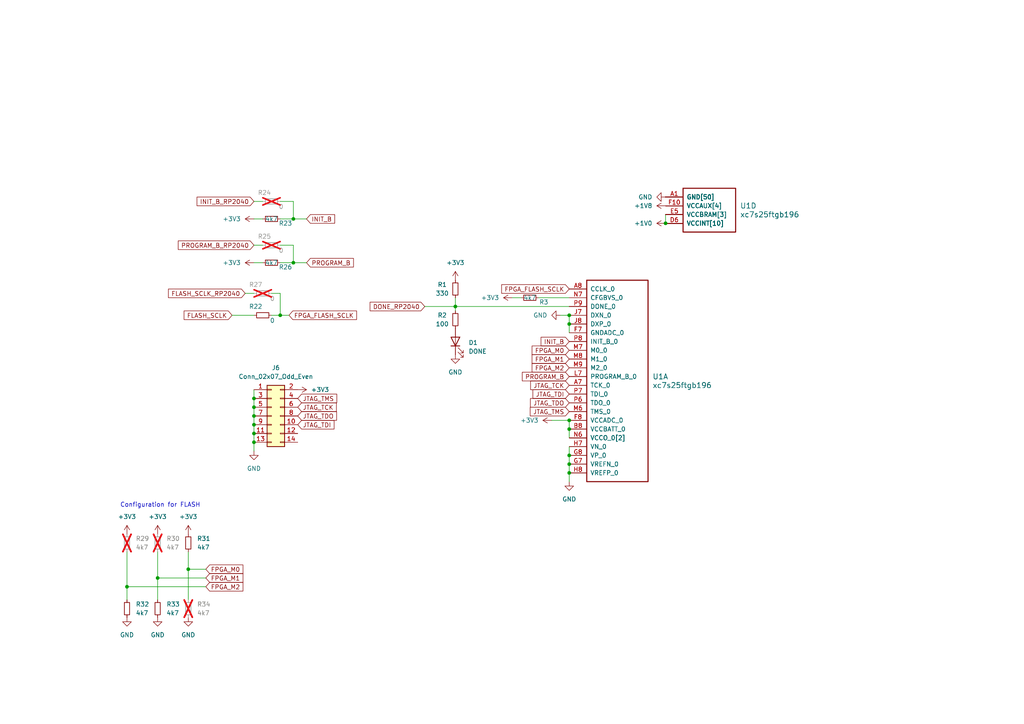
<source format=kicad_sch>
(kicad_sch (version 20231120) (generator "eeschema") (generator_version "8.0")
  (paper "A4")
  (lib_symbols
    (symbol "Connector_Generic:Conn_02x07_Odd_Even" (pin_names (offset 1.016) hide)
      (property "Reference" "J" (at 1.27 10.16 0))
      (property "Value" "Conn_02x07_Odd_Even" (at 1.27 -10.16 0))
      (symbol "Conn_02x07_Odd_Even_1_1"
        (rectangle (start -1.27 -7.493) (end 0 -7.747) (stroke (width 0.1524)))
        (rectangle (start -1.27 -4.953) (end 0 -5.207) (stroke (width 0.1524)))
        (rectangle (start -1.27 -2.413) (end 0 -2.667) (stroke (width 0.1524)))
        (rectangle (start -1.27 0.127) (end 0 -0.127) (stroke (width 0.1524)))
        (rectangle (start -1.27 2.667) (end 0 2.413) (stroke (width 0.1524)))
        (rectangle (start -1.27 5.207) (end 0 4.953) (stroke (width 0.1524)))
        (rectangle (start -1.27 7.747) (end 0 7.493) (stroke (width 0.1524)))
        (rectangle (start -1.27 8.89) (end 3.81 -8.89) (stroke (width 0.254)) (fill (type background)))
        (rectangle (start 3.81 -7.493) (end 2.54 -7.747) (stroke (width 0.1524)))
        (rectangle (start 3.81 -4.953) (end 2.54 -5.207) (stroke (width 0.1524)))
        (rectangle (start 3.81 -2.413) (end 2.54 -2.667) (stroke (width 0.1524)))
        (rectangle (start 3.81 0.127) (end 2.54 -0.127) (stroke (width 0.1524)))
        (rectangle (start 3.81 2.667) (end 2.54 2.413) (stroke (width 0.1524)))
        (rectangle (start 3.81 5.207) (end 2.54 4.953) (stroke (width 0.1524)))
        (rectangle (start 3.81 7.747) (end 2.54 7.493) (stroke (width 0.1524)))
        (pin passive line (at -5.08 7.62 0) (length 3.81) (name "Pin_1") (number "1"))
        (pin passive line (at 7.62 -2.54 180) (length 3.81) (name "Pin_10") (number "10"))
        (pin passive line (at -5.08 -5.08 0) (length 3.81) (name "Pin_11") (number "11"))
        (pin passive line (at 7.62 -5.08 180) (length 3.81) (name "Pin_12") (number "12"))
        (pin passive line (at -5.08 -7.62 0) (length 3.81) (name "Pin_13") (number "13"))
        (pin passive line (at 7.62 -7.62 180) (length 3.81) (name "Pin_14") (number "14"))
        (pin passive line (at 7.62 7.62 180) (length 3.81) (name "Pin_2") (number "2"))
        (pin passive line (at -5.08 5.08 0) (length 3.81) (name "Pin_3") (number "3"))
        (pin passive line (at 7.62 5.08 180) (length 3.81) (name "Pin_4") (number "4"))
        (pin passive line (at -5.08 2.54 0) (length 3.81) (name "Pin_5") (number "5"))
        (pin passive line (at 7.62 2.54 180) (length 3.81) (name "Pin_6") (number "6"))
        (pin passive line (at -5.08 0 0) (length 3.81) (name "Pin_7") (number "7"))
        (pin passive line (at 7.62 0 180) (length 3.81) (name "Pin_8") (number "8"))
        (pin passive line (at -5.08 -2.54 0) (length 3.81) (name "Pin_9") (number "9"))
      )
    )
    (symbol "Device:LED" (pin_numbers hide) (pin_names (offset 1.016) hide)
      (property "Reference" "D" (at 0 2.54 0))
      (property "Value" "LED" (at 0 -2.54 0))
      (symbol "LED_0_1"
        (polyline (pts (xy -1.27 -1.27) (xy -1.27 1.27)) (stroke (width 0.254)))
        (polyline (pts (xy -1.27 0) (xy 1.27 0)))
        (polyline (pts (xy 1.27 -1.27) (xy 1.27 1.27) (xy -1.27 0) (xy 1.27 -1.27)) (stroke (width 0.254)))
        (polyline (pts (xy -3.048 -0.762) (xy -4.572 -2.286) (xy -3.81 -2.286) (xy -4.572 -2.286) (xy -4.572 -1.524)))
        (polyline (pts (xy -1.778 -0.762) (xy -3.302 -2.286) (xy -2.54 -2.286) (xy -3.302 -2.286) (xy -3.302 -1.524)))
      )
      (symbol "LED_1_1"
        (pin passive line (at -3.81 0 0) (length 2.54) (name "K") (number "1"))
        (pin passive line (at 3.81 0 180) (length 2.54) (name "A") (number "2"))
      )
    )
    (symbol "Device:R_Small" (pin_numbers hide) (pin_names (offset 0.254) hide)
      (property "Reference" "R" (at 0.762 0.508 0))
      (property "Value" "R_Small" (at 0.762 -1.016 0))
      (symbol "R_Small_0_1"
        (rectangle (start -0.762 1.778) (end 0.762 -1.778) (stroke (width 0.2032)))
      )
      (symbol "R_Small_1_1"
        (pin passive line (at 0 2.54 270) (length 0.762) (name "~") (number "1"))
        (pin passive line (at 0 -2.54 90) (length 0.762) (name "~") (number "2"))
      )
    )
    (symbol "power:+1V0" (power) (pin_names (offset 0))
      (property "Value" "+1V0" (at 0 3.556 0))
      (symbol "+1V0_0_1"
        (polyline (pts (xy -0.762 1.27) (xy 0 2.54)))
        (polyline (pts (xy 0 0) (xy 0 2.54)))
        (polyline (pts (xy 0 2.54) (xy 0.762 1.27)))
      )
      (symbol "+1V0_1_1"
        (pin power_in line (at 0 0 90) (length 0) hide (name "+1V0") (number "1"))
      )
    )
    (symbol "power:+1V8" (power) (pin_names (offset 0))
      (property "Value" "+1V8" (at 0 3.556 0))
      (symbol "+1V8_0_1"
        (polyline (pts (xy -0.762 1.27) (xy 0 2.54)))
        (polyline (pts (xy 0 0) (xy 0 2.54)))
        (polyline (pts (xy 0 2.54) (xy 0.762 1.27)))
      )
      (symbol "+1V8_1_1"
        (pin power_in line (at 0 0 90) (length 0) hide (name "+1V8") (number "1"))
      )
    )
    (symbol "power:+3V3" (power) (pin_names (offset 0))
      (property "Value" "+3V3" (at 0 3.556 0))
      (symbol "+3V3_0_1"
        (polyline (pts (xy -0.762 1.27) (xy 0 2.54)))
        (polyline (pts (xy 0 0) (xy 0 2.54)))
        (polyline (pts (xy 0 2.54) (xy 0.762 1.27)))
      )
      (symbol "+3V3_1_1"
        (pin power_in line (at 0 0 90) (length 0) hide (name "+3V3") (number "1"))
      )
    )
    (symbol "power:GND" (power) (pin_names (offset 0))
      (property "Value" "GND" (at 0 -3.81 0))
      (symbol "GND_0_1"
        (polyline (pts (xy 0 0) (xy 0 -1.27) (xy 1.27 -1.27) (xy 0 -2.54) (xy -1.27 -1.27) (xy 0 -1.27)))
      )
      (symbol "GND_1_1"
        (pin power_in line (at 0 0 270) (length 0) hide (name "GND") (number "1"))
      )
    )
    (symbol "xilinx7:xc7s25ftgb196" (pin_names (offset 1.016))
      (property "Reference" "U" (at 5.08 6.35 0))
      (property "Value" "xc7s25ftgb196" (at 5.08 3.81 0))
      (symbol "xc7s25ftgb196_1_1"
        (rectangle (start 5.08 2.54) (end 22.86 -55.88) (stroke (width 0.3048)))
        (pin input line (at 0 -27.94 0) (length 5.08) (name "TCK_0") (number "A7"))
        (pin input line (at 0 0 0) (length 5.08) (name "CCLK_0") (number "A8"))
        (pin power_in line (at 0 -40.64 0) (length 5.08) (name "VCCBATT_0") (number "B8"))
        (pin power_in line (at 0 -12.7 0) (length 5.08) (name "GNDADC_0") (number "F7"))
        (pin power_in line (at 0 -38.1 0) (length 5.08) (name "VCCADC_0") (number "F8"))
        (pin input line (at 0 -50.8 0) (length 5.08) (name "VREFN_0") (number "G7"))
        (pin input line (at 0 -48.26 0) (length 5.08) (name "VP_0") (number "G8"))
        (pin input line (at 0 -45.72 0) (length 5.08) (name "VN_0") (number "H7"))
        (pin input line (at 0 -53.34 0) (length 5.08) (name "VREFP_0") (number "H8"))
        (pin passive line (at 0 -7.62 0) (length 5.08) (name "DXN_0") (number "J7"))
        (pin passive line (at 0 -10.16 0) (length 5.08) (name "DXP_0") (number "J8"))
        (pin input line (at 0 -25.4 0) (length 5.08) (name "PROGRAM_B_0") (number "L7"))
        (pin input line (at 0 -35.56 0) (length 5.08) (name "TMS_0") (number "M6"))
        (pin input line (at 0 -17.78 0) (length 5.08) (name "M0_0") (number "M7"))
        (pin input line (at 0 -20.32 0) (length 5.08) (name "M1_0") (number "M8"))
        (pin input line (at 0 -22.86 0) (length 5.08) (name "M2_0") (number "M9"))
        (pin power_in line (at 0 -43.18 0) (length 5.08) (name "VCCO_0[2]") (number "N6"))
        (pin input line (at 0 -2.54 0) (length 5.08) (name "CFGBVS_0") (number "N7"))
        (pin power_in line (at 0 -43.18 0) (length 5.08) (name "VCCO_0[2]") (number "N8"))
        (pin output line (at 0 -33.02 0) (length 5.08) (name "TDO_0") (number "P6"))
        (pin input line (at 0 -30.48 0) (length 5.08) (name "TDI_0") (number "P7"))
        (pin input line (at 0 -15.24 0) (length 5.08) (name "INIT_B_0") (number "P8"))
        (pin output line (at 0 -5.08 0) (length 5.08) (name "DONE_0") (number "P9"))
      )
      (symbol "xc7s25ftgb196_2_1"
        (rectangle (start 5.08 2.54) (end 43.18 -129.54) (stroke (width 0.3048)))
        (pin bidirectional line (at 0 -15.24 0) (length 5.08) (name "IO_L3N_T0_DQS_EMCCLK_14") (number "A10"))
        (pin bidirectional line (at 0 -22.86 0) (length 5.08) (name "IO_L4P_T0_D04_14") (number "A12"))
        (pin bidirectional line (at 0 -20.32 0) (length 5.08) (name "IO_L4N_T0_D05_14") (number "A13"))
        (pin bidirectional line (at 0 -17.78 0) (length 5.08) (name "IO_L3P_T0_DQS_PUDC_B_14") (number "B10"))
        (pin bidirectional line (at 0 -7.62 0) (length 5.08) (name "IO_L1P_T0_D00_MOSI_14") (number "B11"))
        (pin bidirectional line (at 0 -5.08 0) (length 5.08) (name "IO_L1N_T0_D01_DIN_14") (number "B12"))
        (pin bidirectional line (at 0 -27.94 0) (length 5.08) (name "IO_L5P_T0_D06_14") (number "B13"))
        (pin bidirectional line (at 0 -25.4 0) (length 5.08) (name "IO_L5N_T0_D07_14") (number "B14"))
        (pin bidirectional line (at 0 -10.16 0) (length 5.08) (name "IO_L2N_T0_D03_14") (number "C10"))
        (pin bidirectional line (at 0 -33.02 0) (length 5.08) (name "IO_L6P_T0_FCS_B_14") (number "C11"))
        (pin bidirectional line (at 0 -30.48 0) (length 5.08) (name "IO_L6N_T0_D08_VREF_14") (number "C12"))
        (pin bidirectional line (at 0 -55.88 0) (length 5.08) (name "IO_L11N_T1_SRCC_14") (number "C14"))
        (pin bidirectional line (at 0 -12.7 0) (length 5.08) (name "IO_L2P_T0_D02_14") (number "D10"))
        (pin bidirectional line (at 0 -43.18 0) (length 5.08) (name "IO_L8P_T1_D11_14") (number "D12"))
        (pin bidirectional line (at 0 -40.64 0) (length 5.08) (name "IO_L8N_T1_D12_14") (number "D13"))
        (pin bidirectional line (at 0 -58.42 0) (length 5.08) (name "IO_L11P_T1_SRCC_14") (number "D14"))
        (pin bidirectional line (at 0 0 0) (length 5.08) (name "IO_0_14") (number "E11"))
        (pin bidirectional line (at 0 -35.56 0) (length 5.08) (name "IO_L7N_T1_D10_14") (number "E12"))
        (pin bidirectional line (at 0 -50.8 0) (length 5.08) (name "IO_L10N_T1_D15_14") (number "E13"))
        (pin bidirectional line (at 0 -60.96 0) (length 5.08) (name "IO_L12N_T1_MRCC_14") (number "F11"))
        (pin bidirectional line (at 0 -38.1 0) (length 5.08) (name "IO_L7P_T1_D09_14") (number "F12"))
        (pin bidirectional line (at 0 -53.34 0) (length 5.08) (name "IO_L10P_T1_D14_14") (number "F13"))
        (pin bidirectional line (at 0 -45.72 0) (length 5.08) (name "IO_L9N_T1_DQS_D13_14") (number "F14"))
        (pin bidirectional line (at 0 -63.5 0) (length 5.08) (name "IO_L12P_T1_MRCC_14") (number "G11"))
        (pin power_in line (at 0 -127 0) (length 5.08) (name "VCCO_14[3]") (number "G13"))
        (pin bidirectional line (at 0 -48.26 0) (length 5.08) (name "IO_L9P_T1_DQS_14") (number "G14"))
        (pin bidirectional line (at 0 -68.58 0) (length 5.08) (name "IO_L13P_T2_MRCC_14") (number "H11"))
        (pin bidirectional line (at 0 -66.04 0) (length 5.08) (name "IO_L13N_T2_MRCC_14") (number "H12"))
        (pin bidirectional line (at 0 -73.66 0) (length 5.08) (name "IO_L14P_T2_SRCC_14") (number "H13"))
        (pin bidirectional line (at 0 -71.12 0) (length 5.08) (name "IO_L14N_T2_SRCC_14") (number "H14"))
        (pin bidirectional line (at 0 -88.9 0) (length 5.08) (name "IO_L17P_T2_D30_14") (number "J11"))
        (pin bidirectional line (at 0 -86.36 0) (length 5.08) (name "IO_L17N_T2_D29_14") (number "J12"))
        (pin bidirectional line (at 0 -93.98 0) (length 5.08) (name "IO_L18P_T2_D28_14") (number "J13"))
        (pin bidirectional line (at 0 -91.44 0) (length 5.08) (name "IO_L18N_T2_D27_14") (number "J14"))
        (pin bidirectional line (at 0 -99.06 0) (length 5.08) (name "IO_L19P_T3_D26_14") (number "K11"))
        (pin bidirectional line (at 0 -96.52 0) (length 5.08) (name "IO_L19N_T3_D25_VREF_14") (number "K12"))
        (pin power_in line (at 0 -127 0) (length 5.08) (name "VCCO_14[3]") (number "K13"))
        (pin bidirectional line (at 0 -83.82 0) (length 5.08) (name "IO_L16P_T2_CSI_B_14") (number "L12"))
        (pin bidirectional line (at 0 -81.28 0) (length 5.08) (name "IO_L16N_T2_D31_14") (number "L13"))
        (pin bidirectional line (at 0 -76.2 0) (length 5.08) (name "IO_L15N_T2_DQS_DOUT_CSO_B_14") (number "L14"))
        (pin bidirectional line (at 0 -2.54 0) (length 5.08) (name "IO_25_14") (number "M10"))
        (pin bidirectional line (at 0 -104.14 0) (length 5.08) (name "IO_L20P_T3_D24_14") (number "M11"))
        (pin bidirectional line (at 0 -101.6 0) (length 5.08) (name "IO_L20N_T3_D23_14") (number "M12"))
        (pin bidirectional line (at 0 -78.74 0) (length 5.08) (name "IO_L15P_T2_DQS_RDWR_B_14") (number "M13"))
        (pin bidirectional line (at 0 -106.68 0) (length 5.08) (name "IO_L21N_T3_DQS_D22_14") (number "M14"))
        (pin bidirectional line (at 0 -119.38 0) (length 5.08) (name "IO_L23P_T3_D19_14") (number "N10"))
        (pin bidirectional line (at 0 -116.84 0) (length 5.08) (name "IO_L23N_T3_D18_14") (number "N11"))
        (pin power_in line (at 0 -127 0) (length 5.08) (name "VCCO_14[3]") (number "N13"))
        (pin bidirectional line (at 0 -109.22 0) (length 5.08) (name "IO_L21P_T3_DQS_14") (number "N14"))
        (pin bidirectional line (at 0 -124.46 0) (length 5.08) (name "IO_L24P_T3_D17_14") (number "P10"))
        (pin bidirectional line (at 0 -121.92 0) (length 5.08) (name "IO_L24N_T3_D16_14") (number "P11"))
        (pin bidirectional line (at 0 -114.3 0) (length 5.08) (name "IO_L22P_T3_D21_14") (number "P12"))
        (pin bidirectional line (at 0 -111.76 0) (length 5.08) (name "IO_L22N_T3_D20_14") (number "P13"))
      )
      (symbol "xc7s25ftgb196_3_1"
        (rectangle (start 5.08 2.54) (end 30.48 -129.54) (stroke (width 0.3048)))
        (pin bidirectional line (at 0 -15.24 0) (length 5.08) (name "IO_L3N_T0_DQS_34") (number "A2"))
        (pin bidirectional line (at 0 -10.16 0) (length 5.08) (name "IO_L2N_T0_34") (number "A3"))
        (pin bidirectional line (at 0 -12.7 0) (length 5.08) (name "IO_L2P_T0_34") (number "A4"))
        (pin bidirectional line (at 0 -20.32 0) (length 5.08) (name "IO_L4N_T0_34") (number "A5"))
        (pin bidirectional line (at 0 -25.4 0) (length 5.08) (name "IO_L5N_T0_34") (number "B1"))
        (pin bidirectional line (at 0 -27.94 0) (length 5.08) (name "IO_L5P_T0_34") (number "B2"))
        (pin bidirectional line (at 0 -17.78 0) (length 5.08) (name "IO_L3P_T0_DQS_34") (number "B3"))
        (pin bidirectional line (at 0 -22.86 0) (length 5.08) (name "IO_L4P_T0_34") (number "B5"))
        (pin bidirectional line (at 0 0 0) (length 5.08) (name "IO_0_34") (number "B6"))
        (pin bidirectional line (at 0 -55.88 0) (length 5.08) (name "IO_L11N_T1_SRCC_34") (number "C1"))
        (pin bidirectional line (at 0 -5.08 0) (length 5.08) (name "IO_L1N_T0_34") (number "C3"))
        (pin bidirectional line (at 0 -30.48 0) (length 5.08) (name "IO_L6N_T0_VREF_34") (number "C4"))
        (pin bidirectional line (at 0 -33.02 0) (length 5.08) (name "IO_L6P_T0_34") (number "C5"))
        (pin bidirectional line (at 0 -58.42 0) (length 5.08) (name "IO_L11P_T1_SRCC_34") (number "D1"))
        (pin bidirectional line (at 0 -50.8 0) (length 5.08) (name "IO_L10N_T1_34") (number "D2"))
        (pin bidirectional line (at 0 -7.62 0) (length 5.08) (name "IO_L1P_T0_34") (number "D3"))
        (pin bidirectional line (at 0 -35.56 0) (length 5.08) (name "IO_L7N_T1_34") (number "D4"))
        (pin bidirectional line (at 0 -53.34 0) (length 5.08) (name "IO_L10P_T1_34") (number "E2"))
        (pin bidirectional line (at 0 -38.1 0) (length 5.08) (name "IO_L7P_T1_34") (number "E4"))
        (pin bidirectional line (at 0 -45.72 0) (length 5.08) (name "IO_L9N_T1_DQS_34") (number "F1"))
        (pin bidirectional line (at 0 -40.64 0) (length 5.08) (name "IO_L8N_T1_34") (number "F2"))
        (pin bidirectional line (at 0 -43.18 0) (length 5.08) (name "IO_L8P_T1_34") (number "F3"))
        (pin bidirectional line (at 0 -60.96 0) (length 5.08) (name "IO_L12N_T1_MRCC_34") (number "F4"))
        (pin bidirectional line (at 0 -48.26 0) (length 5.08) (name "IO_L9P_T1_DQS_34") (number "G1"))
        (pin power_in line (at 0 -127 0) (length 5.08) (name "VCCO_34[3]") (number "G2"))
        (pin bidirectional line (at 0 -63.5 0) (length 5.08) (name "IO_L12P_T1_MRCC_34") (number "G4"))
        (pin bidirectional line (at 0 -71.12 0) (length 5.08) (name "IO_L14N_T2_SRCC_34") (number "H1"))
        (pin bidirectional line (at 0 -73.66 0) (length 5.08) (name "IO_L14P_T2_SRCC_34") (number "H2"))
        (pin bidirectional line (at 0 -66.04 0) (length 5.08) (name "IO_L13N_T2_MRCC_34") (number "H3"))
        (pin bidirectional line (at 0 -68.58 0) (length 5.08) (name "IO_L13P_T2_MRCC_34") (number "H4"))
        (pin bidirectional line (at 0 -76.2 0) (length 5.08) (name "IO_L15N_T2_DQS_34") (number "J1"))
        (pin bidirectional line (at 0 -78.74 0) (length 5.08) (name "IO_L15P_T2_DQS_34") (number "J2"))
        (pin bidirectional line (at 0 -86.36 0) (length 5.08) (name "IO_L17N_T2_34") (number "J3"))
        (pin bidirectional line (at 0 -88.9 0) (length 5.08) (name "IO_L17P_T2_34") (number "J4"))
        (pin power_in line (at 0 -127 0) (length 5.08) (name "VCCO_34[3]") (number "K2"))
        (pin bidirectional line (at 0 -81.28 0) (length 5.08) (name "IO_L16N_T2_34") (number "K3"))
        (pin bidirectional line (at 0 -83.82 0) (length 5.08) (name "IO_L16P_T2_34") (number "K4"))
        (pin bidirectional line (at 0 -91.44 0) (length 5.08) (name "IO_L18N_T2_34") (number "L1"))
        (pin bidirectional line (at 0 -111.76 0) (length 5.08) (name "IO_L22N_T3_34") (number "L2"))
        (pin bidirectional line (at 0 -114.3 0) (length 5.08) (name "IO_L22P_T3_34") (number "L3"))
        (pin bidirectional line (at 0 -2.54 0) (length 5.08) (name "IO_25_34") (number "L5"))
        (pin bidirectional line (at 0 -93.98 0) (length 5.08) (name "IO_L18P_T2_34") (number "M1"))
        (pin bidirectional line (at 0 -96.52 0) (length 5.08) (name "IO_L19N_T3_VREF_34") (number "M2"))
        (pin bidirectional line (at 0 -99.06 0) (length 5.08) (name "IO_L19P_T3_34") (number "M3"))
        (pin bidirectional line (at 0 -116.84 0) (length 5.08) (name "IO_L23N_T3_34") (number "M4"))
        (pin bidirectional line (at 0 -119.38 0) (length 5.08) (name "IO_L23P_T3_34") (number "M5"))
        (pin bidirectional line (at 0 -101.6 0) (length 5.08) (name "IO_L20N_T3_34") (number "N1"))
        (pin power_in line (at 0 -127 0) (length 5.08) (name "VCCO_34[3]") (number "N2"))
        (pin bidirectional line (at 0 -121.92 0) (length 5.08) (name "IO_L24N_T3_34") (number "N4"))
        (pin bidirectional line (at 0 -104.14 0) (length 5.08) (name "IO_L20P_T3_34") (number "P2"))
        (pin bidirectional line (at 0 -106.68 0) (length 5.08) (name "IO_L21N_T3_DQS_34") (number "P3"))
        (pin bidirectional line (at 0 -109.22 0) (length 5.08) (name "IO_L21P_T3_DQS_34") (number "P4"))
        (pin bidirectional line (at 0 -124.46 0) (length 5.08) (name "IO_L24P_T3_34") (number "P5"))
      )
      (symbol "xc7s25ftgb196_4_1"
        (rectangle (start 5.08 2.54) (end 20.32 -10.16) (stroke (width 0.3048)))
        (pin power_in line (at 0 0 0) (length 5.08) (name "GND[50]") (number "A1"))
        (pin power_in line (at 0 0 0) (length 5.08) (name "GND[50]") (number "A11"))
        (pin power_in line (at 0 0 0) (length 5.08) (name "GND[50]") (number "A14"))
        (pin power_in line (at 0 0 0) (length 5.08) (name "GND[50]") (number "A6"))
        (pin power_in line (at 0 0 0) (length 5.08) (name "GND[50]") (number "A9"))
        (pin power_in line (at 0 0 0) (length 5.08) (name "GND[50]") (number "B4"))
        (pin power_in line (at 0 0 0) (length 5.08) (name "GND[50]") (number "B7"))
        (pin power_in line (at 0 0 0) (length 5.08) (name "GND[50]") (number "B9"))
        (pin power_in line (at 0 0 0) (length 5.08) (name "GND[50]") (number "C13"))
        (pin power_in line (at 0 0 0) (length 5.08) (name "GND[50]") (number "C2"))
        (pin power_in line (at 0 0 0) (length 5.08) (name "GND[50]") (number "C6"))
        (pin power_in line (at 0 0 0) (length 5.08) (name "GND[50]") (number "C7"))
        (pin power_in line (at 0 0 0) (length 5.08) (name "GND[50]") (number "C8"))
        (pin power_in line (at 0 0 0) (length 5.08) (name "GND[50]") (number "C9"))
        (pin power_in line (at 0 0 0) (length 5.08) (name "GND[50]") (number "D11"))
        (pin power_in line (at 0 0 0) (length 5.08) (name "GND[50]") (number "D5"))
        (pin power_in line (at 0 -7.62 0) (length 5.08) (name "VCCINT[10]") (number "D6"))
        (pin power_in line (at 0 0 0) (length 5.08) (name "GND[50]") (number "D7"))
        (pin power_in line (at 0 -7.62 0) (length 5.08) (name "VCCINT[10]") (number "D8"))
        (pin power_in line (at 0 0 0) (length 5.08) (name "GND[50]") (number "D9"))
        (pin power_in line (at 0 0 0) (length 5.08) (name "GND[50]") (number "E1"))
        (pin power_in line (at 0 0 0) (length 5.08) (name "GND[50]") (number "E10"))
        (pin power_in line (at 0 0 0) (length 5.08) (name "GND[50]") (number "E14"))
        (pin power_in line (at 0 0 0) (length 5.08) (name "GND[50]") (number "E3"))
        (pin power_in line (at 0 -5.08 0) (length 5.08) (name "VCCBRAM[3]") (number "E5"))
        (pin power_in line (at 0 0 0) (length 5.08) (name "GND[50]") (number "E6"))
        (pin power_in line (at 0 -7.62 0) (length 5.08) (name "VCCINT[10]") (number "E7"))
        (pin power_in line (at 0 0 0) (length 5.08) (name "GND[50]") (number "E8"))
        (pin power_in line (at 0 -7.62 0) (length 5.08) (name "VCCINT[10]") (number "E9"))
        (pin power_in line (at 0 -2.54 0) (length 5.08) (name "VCCAUX[4]") (number "F10"))
        (pin power_in line (at 0 0 0) (length 5.08) (name "GND[50]") (number "F5"))
        (pin power_in line (at 0 -7.62 0) (length 5.08) (name "VCCINT[10]") (number "F6"))
        (pin power_in line (at 0 0 0) (length 5.08) (name "GND[50]") (number "F9"))
        (pin power_in line (at 0 0 0) (length 5.08) (name "GND[50]") (number "G10"))
        (pin power_in line (at 0 0 0) (length 5.08) (name "GND[50]") (number "G12"))
        (pin power_in line (at 0 0 0) (length 5.08) (name "GND[50]") (number "G3"))
        (pin power_in line (at 0 -5.08 0) (length 5.08) (name "VCCBRAM[3]") (number "G5"))
        (pin power_in line (at 0 0 0) (length 5.08) (name "GND[50]") (number "G6"))
        (pin power_in line (at 0 -7.62 0) (length 5.08) (name "VCCINT[10]") (number "G9"))
        (pin power_in line (at 0 -2.54 0) (length 5.08) (name "VCCAUX[4]") (number "H10"))
        (pin power_in line (at 0 0 0) (length 5.08) (name "GND[50]") (number "H5"))
        (pin power_in line (at 0 -7.62 0) (length 5.08) (name "VCCINT[10]") (number "H6"))
        (pin power_in line (at 0 0 0) (length 5.08) (name "GND[50]") (number "H9"))
        (pin power_in line (at 0 0 0) (length 5.08) (name "GND[50]") (number "J10"))
        (pin power_in line (at 0 -5.08 0) (length 5.08) (name "VCCBRAM[3]") (number "J5"))
        (pin power_in line (at 0 0 0) (length 5.08) (name "GND[50]") (number "J6"))
        (pin power_in line (at 0 -7.62 0) (length 5.08) (name "VCCINT[10]") (number "J9"))
        (pin power_in line (at 0 0 0) (length 5.08) (name "GND[50]") (number "K1"))
        (pin power_in line (at 0 -2.54 0) (length 5.08) (name "VCCAUX[4]") (number "K10"))
        (pin power_in line (at 0 0 0) (length 5.08) (name "GND[50]") (number "K14"))
        (pin power_in line (at 0 0 0) (length 5.08) (name "GND[50]") (number "K5"))
        (pin power_in line (at 0 -7.62 0) (length 5.08) (name "VCCINT[10]") (number "K6"))
        (pin power_in line (at 0 0 0) (length 5.08) (name "GND[50]") (number "K7"))
        (pin power_in line (at 0 -7.62 0) (length 5.08) (name "VCCINT[10]") (number "K8"))
        (pin power_in line (at 0 0 0) (length 5.08) (name "GND[50]") (number "K9"))
        (pin power_in line (at 0 0 0) (length 5.08) (name "GND[50]") (number "L10"))
        (pin power_in line (at 0 0 0) (length 5.08) (name "GND[50]") (number "L11"))
        (pin power_in line (at 0 0 0) (length 5.08) (name "GND[50]") (number "L4"))
        (pin power_in line (at 0 0 0) (length 5.08) (name "GND[50]") (number "L6"))
        (pin power_in line (at 0 0 0) (length 5.08) (name "GND[50]") (number "L8"))
        (pin power_in line (at 0 -2.54 0) (length 5.08) (name "VCCAUX[4]") (number "L9"))
        (pin power_in line (at 0 0 0) (length 5.08) (name "GND[50]") (number "N12"))
        (pin power_in line (at 0 0 0) (length 5.08) (name "GND[50]") (number "N3"))
        (pin power_in line (at 0 0 0) (length 5.08) (name "GND[50]") (number "N5"))
        (pin power_in line (at 0 0 0) (length 5.08) (name "GND[50]") (number "N9"))
        (pin power_in line (at 0 0 0) (length 5.08) (name "GND[50]") (number "P1"))
        (pin power_in line (at 0 0 0) (length 5.08) (name "GND[50]") (number "P14"))
      )
    )
  )
  (junction (at 54.61 165.1))
  (junction (at 132.08 88.9))
  (junction (at 81.28 91.44))
  (junction (at 193.04 64.77))
  (junction (at 165.1 93.98))
  (junction (at 73.66 120.65))
  (junction (at 165.1 132.08))
  (junction (at 36.83 170.18))
  (junction (at 73.66 128.27))
  (junction (at 85.09 63.5))
  (junction (at 73.66 118.11))
  (junction (at 73.66 123.19))
  (junction (at 165.1 121.92))
  (junction (at 165.1 91.44))
  (junction (at 165.1 137.16))
  (junction (at 165.1 124.46))
  (junction (at 73.66 115.57))
  (junction (at 165.1 134.62))
  (junction (at 85.09 76.2))
  (junction (at 45.72 167.64))
  (junction (at 73.66 125.73))
  (wire (pts (xy 165.1 134.62) (xy 165.1 137.16)))
  (wire (pts (xy 71.12 85.09) (xy 73.66 85.09)))
  (wire (pts (xy 132.08 86.36) (xy 132.08 88.9)))
  (wire (pts (xy 81.28 76.2) (xy 85.09 76.2)))
  (wire (pts (xy 165.1 121.92) (xy 165.1 124.46)))
  (wire (pts (xy 73.66 120.65) (xy 73.66 123.19)))
  (wire (pts (xy 54.61 165.1) (xy 54.61 160.02)))
  (wire (pts (xy 165.1 124.46) (xy 165.1 127)))
  (wire (pts (xy 59.69 167.64) (xy 45.72 167.64)))
  (wire (pts (xy 156.21 86.36) (xy 165.1 86.36)))
  (wire (pts (xy 54.61 165.1) (xy 54.61 173.99)))
  (wire (pts (xy 78.74 85.09) (xy 81.28 85.09)))
  (wire (pts (xy 81.28 58.42) (xy 85.09 58.42)))
  (wire (pts (xy 85.09 58.42) (xy 85.09 63.5)))
  (wire (pts (xy 151.13 86.36) (xy 148.59 86.36)))
  (wire (pts (xy 73.66 118.11) (xy 73.66 120.65)))
  (wire (pts (xy 73.66 128.27) (xy 73.66 130.81)))
  (wire (pts (xy 59.69 165.1) (xy 54.61 165.1)))
  (wire (pts (xy 78.74 91.44) (xy 81.28 91.44)))
  (wire (pts (xy 76.2 63.5) (xy 73.66 63.5)))
  (wire (pts (xy 73.66 123.19) (xy 73.66 125.73)))
  (wire (pts (xy 81.28 63.5) (xy 85.09 63.5)))
  (wire (pts (xy 36.83 170.18) (xy 36.83 173.99)))
  (wire (pts (xy 85.09 63.5) (xy 88.9 63.5)))
  (wire (pts (xy 73.66 125.73) (xy 73.66 128.27)))
  (wire (pts (xy 45.72 167.64) (xy 45.72 160.02)))
  (wire (pts (xy 193.04 62.23) (xy 193.04 64.77)))
  (wire (pts (xy 73.66 115.57) (xy 73.66 118.11)))
  (wire (pts (xy 85.09 71.12) (xy 85.09 76.2)))
  (wire (pts (xy 45.72 167.64) (xy 45.72 173.99)))
  (wire (pts (xy 165.1 132.08) (xy 165.1 134.62)))
  (wire (pts (xy 132.08 88.9) (xy 165.1 88.9)))
  (wire (pts (xy 67.31 91.44) (xy 73.66 91.44)))
  (wire (pts (xy 160.02 121.92) (xy 165.1 121.92)))
  (wire (pts (xy 165.1 93.98) (xy 165.1 96.52)))
  (wire (pts (xy 165.1 129.54) (xy 165.1 132.08)))
  (wire (pts (xy 165.1 137.16) (xy 165.1 139.7)))
  (wire (pts (xy 76.2 76.2) (xy 73.66 76.2)))
  (wire (pts (xy 81.28 85.09) (xy 81.28 91.44)))
  (wire (pts (xy 73.66 113.03) (xy 73.66 115.57)))
  (wire (pts (xy 81.28 91.44) (xy 83.82 91.44)))
  (wire (pts (xy 59.69 170.18) (xy 36.83 170.18)))
  (wire (pts (xy 81.28 71.12) (xy 85.09 71.12)))
  (wire (pts (xy 73.66 71.12) (xy 76.2 71.12)))
  (wire (pts (xy 36.83 170.18) (xy 36.83 160.02)))
  (wire (pts (xy 162.56 91.44) (xy 165.1 91.44)))
  (wire (pts (xy 73.66 58.42) (xy 76.2 58.42)))
  (wire (pts (xy 132.08 88.9) (xy 132.08 90.17)))
  (wire (pts (xy 165.1 93.98) (xy 165.1 91.44)))
  (wire (pts (xy 85.09 76.2) (xy 88.9 76.2)))
  (wire (pts (xy 123.19 88.9) (xy 132.08 88.9)))
  (text "Configuration for FLASH" (at 46.482 146.558 0) (effects (font (size 1.27 1.27))))
  (global_label "PROGRAM_B_RP2040" (shape input) (at 73.66 71.12 180) (property "Intersheetrefs" "${INTERSHEET_REFS}" (effects (hide yes))))
  (global_label "PROGRAM_B" (shape input) (at 88.9 76.2 0) (property "Intersheetrefs" "${INTERSHEET_REFS}" (effects (hide yes))))
  (global_label "FPGA_M0" (shape input) (at 165.1 101.6 180) (property "Intersheetrefs" "${INTERSHEET_REFS}" (effects (hide yes))))
  (global_label "FPGA_M2" (shape input) (at 59.69 170.18 0) (property "Intersheetrefs" "${INTERSHEET_REFS}" (effects (hide yes))))
  (global_label "FLASH_SCLK" (shape input) (at 67.31 91.44 180) (property "Intersheetrefs" "${INTERSHEET_REFS}" (effects (hide yes))))
  (global_label "JTAG_TMS" (shape input) (at 86.36 115.57 0) (property "Intersheetrefs" "${INTERSHEET_REFS}" (effects (hide yes))))
  (global_label "JTAG_TDO" (shape input) (at 165.1 116.84 180) (property "Intersheetrefs" "${INTERSHEET_REFS}" (effects (hide yes))))
  (global_label "INIT_B" (shape input) (at 88.9 63.5 0) (property "Intersheetrefs" "${INTERSHEET_REFS}" (effects (hide yes))))
  (global_label "FPGA_M1" (shape input) (at 165.1 104.14 180) (property "Intersheetrefs" "${INTERSHEET_REFS}" (effects (hide yes))))
  (global_label "PROGRAM_B" (shape input) (at 165.1 109.22 180) (property "Intersheetrefs" "${INTERSHEET_REFS}" (effects (hide yes))))
  (global_label "JTAG_TMS" (shape input) (at 165.1 119.38 180) (property "Intersheetrefs" "${INTERSHEET_REFS}" (effects (hide yes))))
  (global_label "FPGA_M2" (shape input) (at 165.1 106.68 180) (property "Intersheetrefs" "${INTERSHEET_REFS}" (effects (hide yes))))
  (global_label "FLASH_SCLK_RP2040" (shape input) (at 71.12 85.09 180) (property "Intersheetrefs" "${INTERSHEET_REFS}" (effects (hide yes))))
  (global_label "DONE_RP2040" (shape input) (at 123.19 88.9 180) (property "Intersheetrefs" "${INTERSHEET_REFS}" (effects (hide yes))))
  (global_label "INIT_B" (shape input) (at 165.1 99.06 180) (property "Intersheetrefs" "${INTERSHEET_REFS}" (effects (hide yes))))
  (global_label "JTAG_TCK" (shape input) (at 86.36 118.11 0) (property "Intersheetrefs" "${INTERSHEET_REFS}" (effects (hide yes))))
  (global_label "JTAG_TDI" (shape input) (at 86.36 123.19 0) (property "Intersheetrefs" "${INTERSHEET_REFS}" (effects (hide yes))))
  (global_label "JTAG_TDI" (shape input) (at 165.1 114.3 180) (property "Intersheetrefs" "${INTERSHEET_REFS}" (effects (hide yes))))
  (global_label "INIT_B_RP2040" (shape input) (at 73.66 58.42 180) (property "Intersheetrefs" "${INTERSHEET_REFS}" (effects (hide yes))))
  (global_label "FPGA_M1" (shape input) (at 59.69 167.64 0) (property "Intersheetrefs" "${INTERSHEET_REFS}" (effects (hide yes))))
  (global_label "JTAG_TCK" (shape input) (at 165.1 111.76 180) (property "Intersheetrefs" "${INTERSHEET_REFS}" (effects (hide yes))))
  (global_label "FPGA_M0" (shape input) (at 59.69 165.1 0) (property "Intersheetrefs" "${INTERSHEET_REFS}" (effects (hide yes))))
  (global_label "JTAG_TDO" (shape input) (at 86.36 120.65 0) (property "Intersheetrefs" "${INTERSHEET_REFS}" (effects (hide yes))))
  (global_label "FPGA_FLASH_SCLK" (shape input) (at 165.1 83.82 180) (property "Intersheetrefs" "${INTERSHEET_REFS}" (effects (hide yes))))
  (global_label "FPGA_FLASH_SCLK" (shape input) (at 83.82 91.44 0) (property "Intersheetrefs" "${INTERSHEET_REFS}" (effects (hide yes))))
  (symbol (lib_id "Device:LED") (at 132.08 99.06 90) (unit 1)
    (property "Reference" "D1" (at 135.89 99.3775 90) (effects (justify right)))
    (property "Value" "DONE" (at 135.89 101.9175 90) (effects (justify right)))
    (property "Footprint" "LED_SMD:LED_0603_1608Metric" (effects (hide yes)))
    (property "JLCPCB" "C89814" (effects (hide yes)))
  )
  (symbol (lib_id "Device:R_Small") (at 36.83 176.53 0) (unit 1)
    (property "Reference" "R32" (at 39.37 175.2599 0) (effects (justify left)))
    (property "Value" "4k7" (at 39.37 177.7999 0) (effects (justify left)))
    (property "Footprint" "Resistor_SMD:R_0805_2012Metric" (effects (hide yes)))
    (property "Description" "Resistor, small symbol" (effects (hide yes)))
  )
  (symbol (lib_id "power:+3V3") (at 148.59 86.36 90) (unit 1)
    (property "Reference" "#PWR03" (effects (hide yes)))
    (property "Value" "+3V3" (at 144.78 86.36 90) (effects (justify left)))
  )
  (symbol (lib_id "Device:R_Small") (at 54.61 176.53 0) (unit 1) (dnp yes)
    (property "Reference" "R34" (at 57.15 175.2599 0) (effects (justify left)))
    (property "Value" "4k7" (at 57.15 177.7999 0) (effects (justify left)))
    (property "Footprint" "Resistor_SMD:R_0805_2012Metric" (effects (hide yes)))
    (property "Description" "Resistor, small symbol" (effects (hide yes)))
  )
  (symbol (lib_id "power:GND") (at 36.83 179.07 0) (unit 1)
    (property "Reference" "#PWR083" (effects (hide yes)))
    (property "Value" "GND" (at 36.83 184.15 0))
  )
  (symbol (lib_id "power:+3V3") (at 45.72 154.94 0) (unit 1)
    (property "Reference" "#PWR079" (effects (hide yes)))
    (property "Value" "+3V3" (at 45.72 149.86 0))
  )
  (symbol (lib_id "power:GND") (at 162.56 91.44 270) (unit 1)
    (property "Reference" "#PWR05" (effects (hide yes)))
    (property "Value" "GND" (at 158.75 91.4399 90) (effects (justify right)))
  )
  (symbol (lib_id "xilinx7:xc7s25ftgb196") (at 193.04 57.15 0) (unit 4)
    (property "Reference" "U1" (at 214.63 59.6899 0) (effects (font (size 1.524 1.524)) (justify left)))
    (property "Value" "xc7s25ftgb196" (at 214.63 62.2299 0) (effects (font (size 1.524 1.524)) (justify left)))
    (property "Footprint" "Package_BGA:Xilinx_FTGB196" (effects (hide yes)))
    (property "desc" "xc7s25ftgb196" (effects (hide yes)))
    (property "JLCPCB Part # " "C1521659" (effects (hide yes)))
  )
  (symbol (lib_id "power:GND") (at 165.1 139.7 0) (unit 1)
    (property "Reference" "#PWR0125" (effects (hide yes)))
    (property "Value" "GND" (at 165.1 144.78 0))
  )
  (symbol (lib_id "Device:R_Small") (at 78.74 76.2 270) (unit 1)
    (property "Reference" "R26" (at 82.804 77.47 90))
    (property "Value" "4k7" (at 78.74 76.2 90))
    (property "Footprint" "Resistor_SMD:R_0805_2012Metric" (effects (hide yes)))
    (property "JLCPCB" "C3017492" (effects (hide yes)))
  )
  (symbol (lib_id "Device:R_Small") (at 78.74 63.5 270) (unit 1)
    (property "Reference" "R23" (at 82.804 64.77 90))
    (property "Value" "4k7" (at 78.74 63.5 90))
    (property "Footprint" "Resistor_SMD:R_0805_2012Metric" (effects (hide yes)))
    (property "JLCPCB" "C3017492" (effects (hide yes)))
  )
  (symbol (lib_id "Device:R_Small") (at 76.2 91.44 270) (mirror x) (unit 1)
    (property "Reference" "R22" (at 74.168 88.9 90))
    (property "Value" "0" (at 78.994 92.964 90))
    (property "Footprint" "Resistor_SMD:R_0805_2012Metric" (effects (hide yes)))
    (property "JLCPCB" "C3017492" (effects (hide yes)))
  )
  (symbol (lib_id "Device:R_Small") (at 45.72 157.48 0) (unit 1) (dnp yes)
    (property "Reference" "R30" (at 48.26 156.2099 0) (effects (justify left)))
    (property "Value" "4k7" (at 48.26 158.7499 0) (effects (justify left)))
    (property "Footprint" "Resistor_SMD:R_0805_2012Metric" (effects (hide yes)))
    (property "Description" "Resistor, small symbol" (effects (hide yes)))
  )
  (symbol (lib_id "Device:R_Small") (at 153.67 86.36 270) (unit 1)
    (property "Reference" "R3" (at 157.734 87.63 90))
    (property "Value" "4k7" (at 153.67 86.36 90))
    (property "Footprint" "Resistor_SMD:R_0402_1005Metric" (effects (hide yes)))
    (property "JLCPCB" "C3017492" (effects (hide yes)))
  )
  (symbol (lib_id "xilinx7:xc7s25ftgb196") (at 165.1 83.82 0) (unit 1)
    (property "Reference" "U1" (at 189.23 109.2199 0) (effects (font (size 1.524 1.524)) (justify left)))
    (property "Value" "xc7s25ftgb196" (at 189.23 111.7599 0) (effects (font (size 1.524 1.524)) (justify left)))
    (property "Footprint" "Package_BGA:Xilinx_FTGB196" (effects (hide yes)))
    (property "desc" "xc7s25ftgb196" (effects (hide yes)))
    (property "JLCPCB Part # " "C1521659" (effects (hide yes)))
  )
  (symbol (lib_id "power:GND") (at 132.08 102.87 0) (unit 1)
    (property "Reference" "#PWR02" (effects (hide yes)))
    (property "Value" "GND" (at 132.08 107.95 0))
  )
  (symbol (lib_id "power:+1V8") (at 193.04 59.69 90) (unit 1)
    (property "Reference" "#PWR07" (effects (hide yes)))
    (property "Value" "+1V8" (at 189.23 59.6899 90) (effects (justify left)))
  )
  (symbol (lib_id "power:+3V3") (at 132.08 81.28 0) (unit 1)
    (property "Reference" "#PWR01" (effects (hide yes)))
    (property "Value" "+3V3" (at 132.08 76.2 0))
  )
  (symbol (lib_id "power:+3V3") (at 36.83 154.94 0) (unit 1)
    (property "Reference" "#PWR078" (effects (hide yes)))
    (property "Value" "+3V3" (at 36.83 149.86 0))
  )
  (symbol (lib_id "power:GND") (at 54.61 179.07 0) (unit 1)
    (property "Reference" "#PWR081" (effects (hide yes)))
    (property "Value" "GND" (at 54.61 184.15 0))
  )
  (symbol (lib_id "power:+3V3") (at 160.02 121.92 90) (unit 1)
    (property "Reference" "#PWR04" (effects (hide yes)))
    (property "Value" "+3V3" (at 156.21 121.9199 90) (effects (justify left)))
  )
  (symbol (lib_id "Device:R_Small") (at 76.2 85.09 270) (mirror x) (unit 1) (dnp yes)
    (property "Reference" "R27" (at 74.168 82.55 90))
    (property "Value" "0" (at 78.994 86.614 90))
    (property "Footprint" "Resistor_SMD:R_0805_2012Metric" (effects (hide yes)))
    (property "JLCPCB" "C3017492" (effects (hide yes)))
  )
  (symbol (lib_id "power:GND") (at 73.66 130.81 0) (unit 1)
    (property "Reference" "#PWR074" (effects (hide yes)))
    (property "Value" "GND" (at 73.66 135.89 0))
  )
  (symbol (lib_id "Device:R_Small") (at 45.72 176.53 0) (unit 1)
    (property "Reference" "R33" (at 48.26 175.2599 0) (effects (justify left)))
    (property "Value" "4k7" (at 48.26 177.7999 0) (effects (justify left)))
    (property "Footprint" "Resistor_SMD:R_0805_2012Metric" (effects (hide yes)))
    (property "Description" "Resistor, small symbol" (effects (hide yes)))
  )
  (symbol (lib_id "power:+3V3") (at 73.66 63.5 90) (unit 1)
    (property "Reference" "#PWR076" (effects (hide yes)))
    (property "Value" "+3V3" (at 69.85 63.5 90) (effects (justify left)))
  )
  (symbol (lib_id "Device:R_Small") (at 132.08 92.71 180) (unit 1)
    (property "Reference" "R2" (at 128.27 91.44 0))
    (property "Value" "100" (at 128.27 93.98 0))
    (property "Footprint" "Resistor_SMD:R_0402_1005Metric" (effects (hide yes)))
    (property "JLCPCB" "C471762" (effects (hide yes)))
  )
  (symbol (lib_id "power:+1V0") (at 193.04 64.77 90) (unit 1)
    (property "Reference" "#PWR08" (effects (hide yes)))
    (property "Value" "+1V0" (at 189.23 64.7699 90) (effects (justify left)))
  )
  (symbol (lib_id "Connector_Generic:Conn_02x07_Odd_Even") (at 78.74 120.65 0) (unit 1)
    (property "Reference" "J6" (at 80.01 106.68 0))
    (property "Value" "Conn_02x07_Odd_Even" (at 80.01 109.22 0))
    (property "Footprint" "Connector_PinHeader_2.00mm:PinHeader_2x07_P2.00mm_Vertical_SMD" (effects (hide yes)))
    (property "Description" "Generic connector, double row, 02x07, odd/even pin numbering scheme (row 1 odd numbers, row 2 even numbers), script generated (kicad-library-utils/schlib/autogen/connector/)" (effects (hide yes)))
  )
  (symbol (lib_id "Device:R_Small") (at 78.74 71.12 270) (mirror x) (unit 1) (dnp yes)
    (property "Reference" "R25" (at 76.708 68.58 90))
    (property "Value" "0" (at 81.534 72.644 90))
    (property "Footprint" "Resistor_SMD:R_0805_2012Metric" (effects (hide yes)))
    (property "JLCPCB" "C3017492" (effects (hide yes)))
  )
  (symbol (lib_id "power:+3V3") (at 73.66 76.2 90) (unit 1)
    (property "Reference" "#PWR077" (effects (hide yes)))
    (property "Value" "+3V3" (at 69.85 76.2 90) (effects (justify left)))
  )
  (symbol (lib_id "power:GND") (at 193.04 57.15 270) (unit 1)
    (property "Reference" "#PWR06" (effects (hide yes)))
    (property "Value" "GND" (at 189.23 57.1499 90) (effects (justify right)))
  )
  (symbol (lib_id "power:GND") (at 45.72 179.07 0) (unit 1)
    (property "Reference" "#PWR082" (effects (hide yes)))
    (property "Value" "GND" (at 45.72 184.15 0))
  )
  (symbol (lib_id "Device:R_Small") (at 54.61 157.48 0) (unit 1)
    (property "Reference" "R31" (at 57.15 156.2099 0) (effects (justify left)))
    (property "Value" "4k7" (at 57.15 158.7499 0) (effects (justify left)))
    (property "Footprint" "Resistor_SMD:R_0805_2012Metric" (effects (hide yes)))
    (property "Description" "Resistor, small symbol" (effects (hide yes)))
  )
  (symbol (lib_id "power:+3V3") (at 86.36 113.03 270) (unit 1)
    (property "Reference" "#PWR075" (effects (hide yes)))
    (property "Value" "+3V3" (at 90.17 113.0299 90) (effects (justify left)))
  )
  (symbol (lib_id "Device:R_Small") (at 132.08 83.82 180) (unit 1)
    (property "Reference" "R1" (at 128.27 82.55 0))
    (property "Value" "330" (at 128.27 85.09 0))
    (property "Footprint" "Resistor_SMD:R_0402_1005Metric" (effects (hide yes)))
    (property "JLCPCB" "C881192" (effects (hide yes)))
  )
  (symbol (lib_id "Device:R_Small") (at 36.83 157.48 0) (unit 1) (dnp yes)
    (property "Reference" "R29" (at 39.37 156.2099 0) (effects (justify left)))
    (property "Value" "4k7" (at 39.37 158.7499 0) (effects (justify left)))
    (property "Footprint" "Resistor_SMD:R_0805_2012Metric" (effects (hide yes)))
    (property "Description" "Resistor, small symbol" (effects (hide yes)))
  )
  (symbol (lib_id "power:+3V3") (at 54.61 154.94 0) (unit 1)
    (property "Reference" "#PWR080" (effects (hide yes)))
    (property "Value" "+3V3" (at 54.61 149.86 0))
  )
  (symbol (lib_id "Device:R_Small") (at 78.74 58.42 270) (mirror x) (unit 1) (dnp yes)
    (property "Reference" "R24" (at 76.708 55.88 90))
    (property "Value" "0" (at 81.534 59.944 90))
    (property "Footprint" "Resistor_SMD:R_0805_2012Metric" (effects (hide yes)))
    (property "JLCPCB" "C3017492" (effects (hide yes)))
  )
)
</source>
